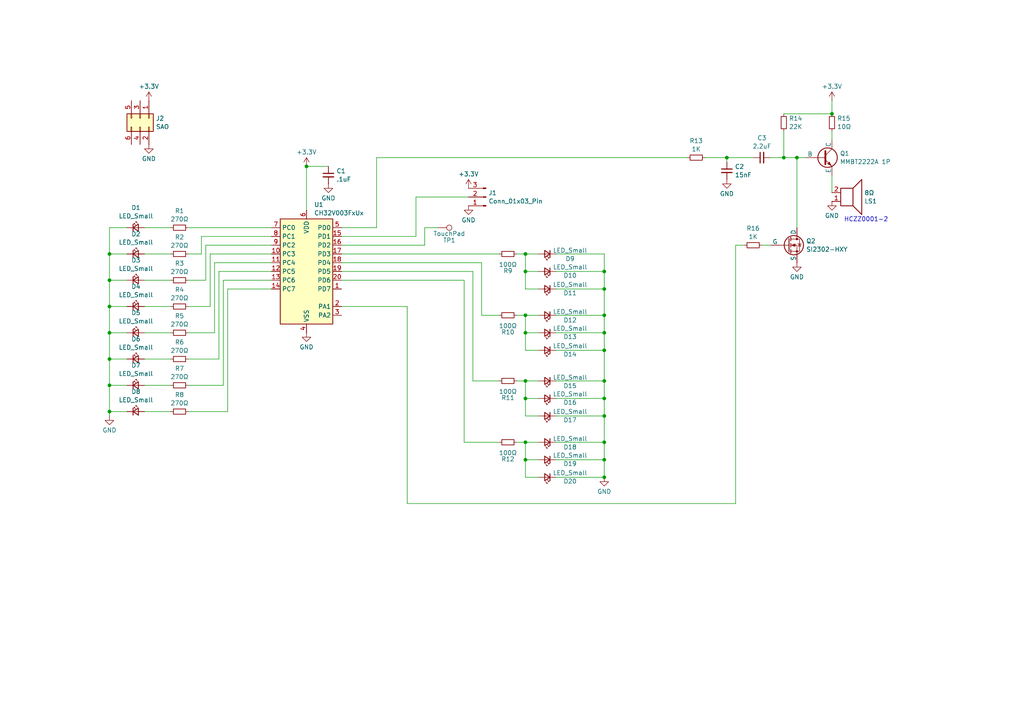
<source format=kicad_sch>
(kicad_sch (version 20231120) (generator "eeschema") (generator_version "8.0")
  (paper "A4")
  (lib_symbols
    (symbol "Connector:Conn_01x03_Pin" (pin_names (offset 1.016) hide)
      (property "Reference" "J" (at 0 5.08 0))
      (property "Value" "Conn_01x03_Pin" (at 0 -5.08 0))
      (symbol "Conn_01x03_Pin_1_1"
        (polyline (pts (xy 1.27 -2.54) (xy 0.8636 -2.54)) (stroke (width 0.1524)))
        (polyline (pts (xy 1.27 0) (xy 0.8636 0)) (stroke (width 0.1524)))
        (polyline (pts (xy 1.27 2.54) (xy 0.8636 2.54)) (stroke (width 0.1524)))
        (rectangle (start 0.8636 -2.413) (end 0 -2.667) (stroke (width 0.1524)) (fill (type outline)))
        (rectangle (start 0.8636 0.127) (end 0 -0.127) (stroke (width 0.1524)) (fill (type outline)))
        (rectangle (start 0.8636 2.667) (end 0 2.413) (stroke (width 0.1524)) (fill (type outline)))
        (pin passive line (at 5.08 2.54 180) (length 3.81) (name "Pin_1") (number "1"))
        (pin passive line (at 5.08 0 180) (length 3.81) (name "Pin_2") (number "2"))
        (pin passive line (at 5.08 -2.54 180) (length 3.81) (name "Pin_3") (number "3"))
      )
    )
    (symbol "Connector:TestPoint" (pin_numbers hide) (pin_names (offset 0.762) hide)
      (property "Reference" "TP" (at 0 6.858 0))
      (property "Value" "TestPoint" (at 0 5.08 0))
      (symbol "TestPoint_0_1"
        (circle (center 0 3.302) (radius 0.762))
      )
      (symbol "TestPoint_1_1"
        (pin passive line (at 0 0 90) (length 2.54) (name "1") (number "1"))
      )
    )
    (symbol "Connector_Generic:Conn_02x03_Odd_Even" (pin_names (offset 1.016) hide)
      (property "Reference" "J" (at 1.27 5.08 0))
      (property "Value" "Conn_02x03_Odd_Even" (at 1.27 -5.08 0))
      (symbol "Conn_02x03_Odd_Even_1_1"
        (rectangle (start -1.27 -2.413) (end 0 -2.667) (stroke (width 0.1524)))
        (rectangle (start -1.27 0.127) (end 0 -0.127) (stroke (width 0.1524)))
        (rectangle (start -1.27 2.667) (end 0 2.413) (stroke (width 0.1524)))
        (rectangle (start -1.27 3.81) (end 3.81 -3.81) (stroke (width 0.254)) (fill (type background)))
        (rectangle (start 3.81 -2.413) (end 2.54 -2.667) (stroke (width 0.1524)))
        (rectangle (start 3.81 0.127) (end 2.54 -0.127) (stroke (width 0.1524)))
        (rectangle (start 3.81 2.667) (end 2.54 2.413) (stroke (width 0.1524)))
        (pin passive line (at -5.08 2.54 0) (length 3.81) (name "Pin_1") (number "1"))
        (pin passive line (at 7.62 2.54 180) (length 3.81) (name "Pin_2") (number "2"))
        (pin passive line (at -5.08 0 0) (length 3.81) (name "Pin_3") (number "3"))
        (pin passive line (at 7.62 0 180) (length 3.81) (name "Pin_4") (number "4"))
        (pin passive line (at -5.08 -2.54 0) (length 3.81) (name "Pin_5") (number "5"))
        (pin passive line (at 7.62 -2.54 180) (length 3.81) (name "Pin_6") (number "6"))
      )
    )
    (symbol "Device:C_Small" (pin_numbers hide) (pin_names (offset 0.254) hide)
      (property "Reference" "C" (at 0.254 1.778 0))
      (property "Value" "C_Small" (at 0.254 -2.032 0))
      (symbol "C_Small_0_1"
        (polyline (pts (xy -1.524 -0.508) (xy 1.524 -0.508)) (stroke (width 0.3302)))
        (polyline (pts (xy -1.524 0.508) (xy 1.524 0.508)) (stroke (width 0.3048)))
      )
      (symbol "C_Small_1_1"
        (pin passive line (at 0 2.54 270) (length 2.032) (name "~") (number "1"))
        (pin passive line (at 0 -2.54 90) (length 2.032) (name "~") (number "2"))
      )
    )
    (symbol "Device:LED_Small" (pin_numbers hide) (pin_names (offset 0.254) hide)
      (property "Reference" "D" (at -1.27 3.175 0))
      (property "Value" "LED_Small" (at -4.445 -2.54 0))
      (symbol "LED_Small_0_1"
        (polyline (pts (xy -0.762 -1.016) (xy -0.762 1.016)) (stroke (width 0.254)))
        (polyline (pts (xy 1.016 0) (xy -0.762 0)))
        (polyline (pts (xy 0.762 -1.016) (xy -0.762 0) (xy 0.762 1.016) (xy 0.762 -1.016)) (stroke (width 0.254)))
        (polyline (pts (xy 0 0.762) (xy -0.508 1.27) (xy -0.254 1.27) (xy -0.508 1.27) (xy -0.508 1.016)))
        (polyline (pts (xy 0.508 1.27) (xy 0 1.778) (xy 0.254 1.778) (xy 0 1.778) (xy 0 1.524)))
      )
      (symbol "LED_Small_1_1"
        (pin passive line (at -2.54 0 0) (length 1.778) (name "K") (number "1"))
        (pin passive line (at 2.54 0 180) (length 1.778) (name "A") (number "2"))
      )
    )
    (symbol "Device:R_Small" (pin_numbers hide) (pin_names (offset 0.254) hide)
      (property "Reference" "R" (at 0.762 0.508 0))
      (property "Value" "R_Small" (at 0.762 -1.016 0))
      (symbol "R_Small_0_1"
        (rectangle (start -0.762 1.778) (end 0.762 -1.778) (stroke (width 0.2032)))
      )
      (symbol "R_Small_1_1"
        (pin passive line (at 0 2.54 270) (length 0.762) (name "~") (number "1"))
        (pin passive line (at 0 -2.54 90) (length 0.762) (name "~") (number "2"))
      )
    )
    (symbol "Device:Speaker" (pin_names (offset 0) hide)
      (property "Reference" "LS" (at 1.27 5.715 0))
      (property "Value" "Speaker" (at 1.27 3.81 0))
      (symbol "Speaker_0_0"
        (rectangle (start -2.54 1.27) (end 1.016 -3.81) (stroke (width 0.254)))
        (polyline (pts (xy 1.016 1.27) (xy 3.556 3.81) (xy 3.556 -6.35) (xy 1.016 -3.81)) (stroke (width 0.254)))
      )
      (symbol "Speaker_1_1"
        (pin input line (at -5.08 0 0) (length 2.54) (name "1") (number "1"))
        (pin input line (at -5.08 -2.54 0) (length 2.54) (name "2") (number "2"))
      )
    )
    (symbol "MCU_WCH_CH32V0:CH32V003FxUx"
      (property "Reference" "U" (at -7.62 17.78 0))
      (property "Value" "CH32V003FxUx" (at 7.62 17.78 0))
      (symbol "CH32V003FxUx_1_1"
        (rectangle (start -7.62 15.24) (end 7.62 -15.24) (stroke (width 0.254)) (fill (type background)))
        (pin bidirectional line (at 10.16 -5.08 180) (length 2.54) (name "PD7") (number "1"))
        (pin bidirectional line (at -10.16 5.08 0) (length 2.54) (name "PC3") (number "10"))
        (pin bidirectional line (at -10.16 2.54 0) (length 2.54) (name "PC4") (number "11"))
        (pin bidirectional line (at -10.16 0 0) (length 2.54) (name "PC5") (number "12"))
        (pin bidirectional line (at -10.16 -2.54 0) (length 2.54) (name "PC6") (number "13"))
        (pin bidirectional line (at -10.16 -5.08 0) (length 2.54) (name "PC7") (number "14"))
        (pin bidirectional line (at 10.16 10.16 180) (length 2.54) (name "PD1") (number "15"))
        (pin bidirectional line (at 10.16 7.62 180) (length 2.54) (name "PD2") (number "16"))
        (pin bidirectional line (at 10.16 5.08 180) (length 2.54) (name "PD3") (number "17"))
        (pin bidirectional line (at 10.16 2.54 180) (length 2.54) (name "PD4") (number "18"))
        (pin bidirectional line (at 10.16 0 180) (length 2.54) (name "PD5") (number "19"))
        (pin bidirectional line (at 10.16 -10.16 180) (length 2.54) (name "PA1") (number "2"))
        (pin bidirectional line (at 10.16 -2.54 180) (length 2.54) (name "PD6") (number "20"))
        (pin passive line (at 0 -17.78 90) (length 2.54) hide (name "VSS") (number "21"))
        (pin bidirectional line (at 10.16 -12.7 180) (length 2.54) (name "PA2") (number "3"))
        (pin power_in line (at 0 -17.78 90) (length 2.54) (name "VSS") (number "4"))
        (pin bidirectional line (at 10.16 12.7 180) (length 2.54) (name "PD0") (number "5"))
        (pin power_in line (at 0 17.78 270) (length 2.54) (name "VDD") (number "6"))
        (pin bidirectional line (at -10.16 12.7 0) (length 2.54) (name "PC0") (number "7"))
        (pin bidirectional line (at -10.16 10.16 0) (length 2.54) (name "PC1") (number "8"))
        (pin bidirectional line (at -10.16 7.62 0) (length 2.54) (name "PC2") (number "9"))
      )
    )
    (symbol "NMOS_1" (pin_numbers hide) (pin_names (offset 0))
      (property "Reference" "Q2" (at 5.207 1.2122 0))
      (property "Value" "SI2302-HXY" (at 5.207 -1.2121 0))
      (symbol "NMOS_1_0_1"
        (polyline (pts (xy 0.254 0) (xy -2.54 0)))
        (polyline (pts (xy 0.254 1.905) (xy 0.254 -1.905)) (stroke (width 0.254)))
        (polyline (pts (xy 0.762 -1.27) (xy 0.762 -2.286)) (stroke (width 0.254)))
        (polyline (pts (xy 0.762 0.508) (xy 0.762 -0.508)) (stroke (width 0.254)))
        (polyline (pts (xy 0.762 2.286) (xy 0.762 1.27)) (stroke (width 0.254)))
        (polyline (pts (xy 2.54 2.54) (xy 2.54 1.778)))
        (polyline (pts (xy 2.54 -2.54) (xy 2.54 0) (xy 0.762 0)))
        (polyline (pts (xy 0.762 -1.778) (xy 3.302 -1.778) (xy 3.302 1.778) (xy 0.762 1.778)))
        (polyline (pts (xy 1.016 0) (xy 2.032 0.381) (xy 2.032 -0.381) (xy 1.016 0)) (fill (type outline)))
        (polyline (pts (xy 2.794 0.508) (xy 2.921 0.381) (xy 3.683 0.381) (xy 3.81 0.254)))
        (polyline (pts (xy 3.302 0.381) (xy 2.921 -0.254) (xy 3.683 -0.254) (xy 3.302 0.381)))
        (circle (center 1.651 0) (radius 2.794) (stroke (width 0.254)))
        (circle (center 2.54 -1.778) (radius 0.254) (fill (type outline)))
        (circle (center 2.54 1.778) (radius 0.254) (fill (type outline)))
      )
      (symbol "NMOS_1_1_1"
        (pin passive line (at 2.54 5.08 270) (length 2.54) (name "D") (number "D"))
        (pin input line (at -5.08 0 0) (length 2.54) (name "G") (number "G"))
        (pin passive line (at 2.54 -5.08 90) (length 2.54) (name "S") (number "S"))
      )
    )
    (symbol "Simulation_SPICE:NPN" (pin_numbers hide) (pin_names (offset 0))
      (property "Reference" "Q" (at -2.54 7.62 0))
      (property "Value" "NPN" (at -2.54 5.08 0))
      (symbol "NPN_0_1"
        (polyline (pts (xy -2.54 0) (xy 0.635 0)) (stroke (width 0.1524)))
        (polyline (pts (xy 0.635 0.635) (xy 2.54 2.54)))
        (polyline (pts (xy 2.794 -1.27) (xy 2.794 -1.27)) (stroke (width 0.1524)))
        (polyline (pts (xy 2.794 -1.27) (xy 2.794 -1.27)) (stroke (width 0.1524)))
        (polyline (pts (xy 0.635 -0.635) (xy 2.54 -2.54) (xy 2.54 -2.54)))
        (polyline (pts (xy 0.635 1.905) (xy 0.635 -1.905) (xy 0.635 -1.905)) (stroke (width 0.508)))
        (polyline (pts (xy 1.27 -1.778) (xy 1.778 -1.27) (xy 2.286 -2.286) (xy 1.27 -1.778) (xy 1.27 -1.778)) (fill (type outline)))
        (circle (center 1.27 0) (radius 2.8194) (stroke (width 0.254)))
      )
      (symbol "NPN_1_1"
        (pin open_collector line (at 2.54 5.08 270) (length 2.54) (name "C") (number "1"))
        (pin input line (at -5.08 0 0) (length 2.54) (name "B") (number "2"))
        (pin open_emitter line (at 2.54 -5.08 90) (length 2.54) (name "E") (number "3"))
      )
    )
    (symbol "power:+3.3V" (power) (pin_numbers hide) (pin_names (offset 0) hide)
      (property "Value" "+3.3V" (at 0 3.556 0))
      (symbol "+3.3V_0_1"
        (polyline (pts (xy -0.762 1.27) (xy 0 2.54)))
        (polyline (pts (xy 0 0) (xy 0 2.54)))
        (polyline (pts (xy 0 2.54) (xy 0.762 1.27)))
      )
      (symbol "+3.3V_1_1"
        (pin power_in line (at 0 0 90) (length 0) (name "~") (number "1"))
      )
    )
    (symbol "power:GND" (power) (pin_numbers hide) (pin_names (offset 0) hide)
      (property "Value" "GND" (at 0 -3.81 0))
      (symbol "GND_0_1"
        (polyline (pts (xy 0 0) (xy 0 -1.27) (xy 1.27 -1.27) (xy 0 -2.54) (xy -1.27 -1.27) (xy 0 -1.27)))
      )
      (symbol "GND_1_1"
        (pin power_in line (at 0 0 270) (length 0) (name "~") (number "1"))
      )
    )
  )
  (junction (at 31.75 96.52))
  (junction (at 175.26 110.49))
  (junction (at 31.75 81.28))
  (junction (at 152.4 91.44))
  (junction (at 88.9 48.26))
  (junction (at 152.4 78.74))
  (junction (at 175.26 138.43))
  (junction (at 31.75 119.38))
  (junction (at 152.4 128.27))
  (junction (at 152.4 133.35))
  (junction (at 175.26 96.52))
  (junction (at 31.75 73.66))
  (junction (at 175.26 101.6))
  (junction (at 175.26 133.35))
  (junction (at 175.26 115.57))
  (junction (at 175.26 83.82))
  (junction (at 31.75 88.9))
  (junction (at 152.4 110.49))
  (junction (at 227.33 45.72))
  (junction (at 152.4 96.52))
  (junction (at 175.26 120.65))
  (junction (at 175.26 128.27))
  (junction (at 31.75 104.14))
  (junction (at 175.26 91.44))
  (junction (at 152.4 115.57))
  (junction (at 152.4 73.66))
  (junction (at 231.14 45.72))
  (junction (at 31.75 111.76))
  (junction (at 175.26 78.74))
  (junction (at 210.82 45.72))
  (junction (at 241.3 33.02))
  (wire (pts (xy 31.75 73.66) (xy 36.83 73.66)))
  (wire (pts (xy 139.7 91.44) (xy 144.78 91.44)))
  (wire (pts (xy 213.36 71.12) (xy 213.36 146.05)))
  (wire (pts (xy 220.98 71.12) (xy 223.52 71.12)))
  (wire (pts (xy 54.61 81.28) (xy 59.69 81.28)))
  (wire (pts (xy 109.22 66.04) (xy 109.22 45.72)))
  (wire (pts (xy 31.75 104.14) (xy 31.75 96.52)))
  (wire (pts (xy 134.62 128.27) (xy 144.78 128.27)))
  (wire (pts (xy 58.42 73.66) (xy 58.42 68.58)))
  (wire (pts (xy 175.26 128.27) (xy 175.26 133.35)))
  (wire (pts (xy 31.75 120.65) (xy 31.75 119.38)))
  (wire (pts (xy 54.61 96.52) (xy 62.23 96.52)))
  (wire (pts (xy 210.82 45.72) (xy 218.44 45.72)))
  (wire (pts (xy 175.26 133.35) (xy 161.29 133.35)))
  (wire (pts (xy 152.4 133.35) (xy 156.21 133.35)))
  (wire (pts (xy 31.75 96.52) (xy 31.75 88.9)))
  (wire (pts (xy 99.06 68.58) (xy 120.65 68.58)))
  (wire (pts (xy 152.4 73.66) (xy 156.21 73.66)))
  (wire (pts (xy 41.91 81.28) (xy 49.53 81.28)))
  (wire (pts (xy 63.5 104.14) (xy 63.5 78.74)))
  (wire (pts (xy 223.52 45.72) (xy 227.33 45.72)))
  (wire (pts (xy 161.29 78.74) (xy 175.26 78.74)))
  (wire (pts (xy 175.26 115.57) (xy 175.26 120.65)))
  (wire (pts (xy 134.62 81.28) (xy 134.62 128.27)))
  (wire (pts (xy 152.4 120.65) (xy 156.21 120.65)))
  (wire (pts (xy 41.91 111.76) (xy 49.53 111.76)))
  (wire (pts (xy 152.4 73.66) (xy 152.4 78.74)))
  (wire (pts (xy 161.29 128.27) (xy 175.26 128.27)))
  (wire (pts (xy 31.75 111.76) (xy 36.83 111.76)))
  (wire (pts (xy 149.86 91.44) (xy 152.4 91.44)))
  (wire (pts (xy 99.06 66.04) (xy 109.22 66.04)))
  (wire (pts (xy 99.06 73.66) (xy 144.78 73.66)))
  (wire (pts (xy 31.75 96.52) (xy 36.83 96.52)))
  (wire (pts (xy 152.4 78.74) (xy 152.4 83.82)))
  (wire (pts (xy 241.3 50.8) (xy 241.3 55.88)))
  (wire (pts (xy 31.75 119.38) (xy 31.75 111.76)))
  (wire (pts (xy 161.29 73.66) (xy 175.26 73.66)))
  (wire (pts (xy 175.26 101.6) (xy 175.26 110.49)))
  (wire (pts (xy 161.29 110.49) (xy 175.26 110.49)))
  (wire (pts (xy 58.42 68.58) (xy 78.74 68.58)))
  (wire (pts (xy 31.75 119.38) (xy 36.83 119.38)))
  (wire (pts (xy 31.75 88.9) (xy 31.75 81.28)))
  (wire (pts (xy 137.16 78.74) (xy 137.16 110.49)))
  (wire (pts (xy 31.75 73.66) (xy 31.75 66.04)))
  (wire (pts (xy 175.26 96.52) (xy 175.26 101.6)))
  (wire (pts (xy 152.4 115.57) (xy 152.4 120.65)))
  (wire (pts (xy 175.26 96.52) (xy 161.29 96.52)))
  (wire (pts (xy 118.11 146.05) (xy 118.11 88.9)))
  (wire (pts (xy 120.65 68.58) (xy 120.65 57.15)))
  (wire (pts (xy 41.91 88.9) (xy 49.53 88.9)))
  (wire (pts (xy 152.4 91.44) (xy 156.21 91.44)))
  (wire (pts (xy 137.16 110.49) (xy 144.78 110.49)))
  (wire (pts (xy 62.23 96.52) (xy 62.23 76.2)))
  (wire (pts (xy 161.29 91.44) (xy 175.26 91.44)))
  (wire (pts (xy 63.5 78.74) (xy 78.74 78.74)))
  (wire (pts (xy 152.4 133.35) (xy 152.4 138.43)))
  (wire (pts (xy 152.4 96.52) (xy 156.21 96.52)))
  (wire (pts (xy 241.3 29.21) (xy 241.3 33.02)))
  (wire (pts (xy 161.29 101.6) (xy 175.26 101.6)))
  (wire (pts (xy 213.36 71.12) (xy 215.9 71.12)))
  (wire (pts (xy 149.86 73.66) (xy 152.4 73.66)))
  (wire (pts (xy 152.4 78.74) (xy 156.21 78.74)))
  (wire (pts (xy 161.29 115.57) (xy 175.26 115.57)))
  (wire (pts (xy 59.69 71.12) (xy 78.74 71.12)))
  (wire (pts (xy 175.26 83.82) (xy 175.26 91.44)))
  (wire (pts (xy 64.77 81.28) (xy 78.74 81.28)))
  (wire (pts (xy 41.91 104.14) (xy 49.53 104.14)))
  (wire (pts (xy 59.69 81.28) (xy 59.69 71.12)))
  (wire (pts (xy 152.4 91.44) (xy 152.4 96.52)))
  (wire (pts (xy 161.29 138.43) (xy 175.26 138.43)))
  (wire (pts (xy 175.26 110.49) (xy 175.26 115.57)))
  (wire (pts (xy 54.61 119.38) (xy 66.04 119.38)))
  (wire (pts (xy 152.4 128.27) (xy 156.21 128.27)))
  (wire (pts (xy 231.14 45.72) (xy 231.14 66.04)))
  (wire (pts (xy 54.61 88.9) (xy 60.96 88.9)))
  (wire (pts (xy 175.26 91.44) (xy 175.26 96.52)))
  (wire (pts (xy 41.91 119.38) (xy 49.53 119.38)))
  (wire (pts (xy 60.96 88.9) (xy 60.96 73.66)))
  (wire (pts (xy 231.14 45.72) (xy 233.68 45.72)))
  (wire (pts (xy 152.4 138.43) (xy 156.21 138.43)))
  (wire (pts (xy 152.4 115.57) (xy 156.21 115.57)))
  (wire (pts (xy 54.61 73.66) (xy 58.42 73.66)))
  (wire (pts (xy 31.75 88.9) (xy 36.83 88.9)))
  (wire (pts (xy 152.4 83.82) (xy 156.21 83.82)))
  (wire (pts (xy 227.33 33.02) (xy 241.3 33.02)))
  (wire (pts (xy 152.4 110.49) (xy 156.21 110.49)))
  (wire (pts (xy 31.75 66.04) (xy 36.83 66.04)))
  (wire (pts (xy 123.19 71.12) (xy 99.06 71.12)))
  (wire (pts (xy 64.77 111.76) (xy 64.77 81.28)))
  (wire (pts (xy 204.47 45.72) (xy 210.82 45.72)))
  (wire (pts (xy 54.61 104.14) (xy 63.5 104.14)))
  (wire (pts (xy 31.75 111.76) (xy 31.75 104.14)))
  (wire (pts (xy 41.91 66.04) (xy 49.53 66.04)))
  (wire (pts (xy 175.26 138.43) (xy 175.26 133.35)))
  (wire (pts (xy 31.75 104.14) (xy 36.83 104.14)))
  (wire (pts (xy 123.19 66.04) (xy 123.19 71.12)))
  (wire (pts (xy 152.4 96.52) (xy 152.4 101.6)))
  (wire (pts (xy 99.06 81.28) (xy 134.62 81.28)))
  (wire (pts (xy 152.4 101.6) (xy 156.21 101.6)))
  (wire (pts (xy 161.29 83.82) (xy 175.26 83.82)))
  (wire (pts (xy 41.91 73.66) (xy 49.53 73.66)))
  (wire (pts (xy 152.4 110.49) (xy 152.4 115.57)))
  (wire (pts (xy 120.65 57.15) (xy 135.89 57.15)))
  (wire (pts (xy 66.04 119.38) (xy 66.04 83.82)))
  (wire (pts (xy 175.26 73.66) (xy 175.26 78.74)))
  (wire (pts (xy 109.22 45.72) (xy 199.39 45.72)))
  (wire (pts (xy 88.9 48.26) (xy 95.25 48.26)))
  (wire (pts (xy 241.3 38.1) (xy 241.3 40.64)))
  (wire (pts (xy 152.4 128.27) (xy 152.4 133.35)))
  (wire (pts (xy 123.19 66.04) (xy 127 66.04)))
  (wire (pts (xy 227.33 38.1) (xy 227.33 45.72)))
  (wire (pts (xy 99.06 78.74) (xy 137.16 78.74)))
  (wire (pts (xy 41.91 96.52) (xy 49.53 96.52)))
  (wire (pts (xy 175.26 78.74) (xy 175.26 83.82)))
  (wire (pts (xy 149.86 128.27) (xy 152.4 128.27)))
  (wire (pts (xy 88.9 60.96) (xy 88.9 48.26)))
  (wire (pts (xy 99.06 88.9) (xy 118.11 88.9)))
  (wire (pts (xy 31.75 81.28) (xy 36.83 81.28)))
  (wire (pts (xy 210.82 45.72) (xy 210.82 46.99)))
  (wire (pts (xy 99.06 76.2) (xy 139.7 76.2)))
  (wire (pts (xy 54.61 66.04) (xy 78.74 66.04)))
  (wire (pts (xy 54.61 111.76) (xy 64.77 111.76)))
  (wire (pts (xy 66.04 83.82) (xy 78.74 83.82)))
  (wire (pts (xy 149.86 110.49) (xy 152.4 110.49)))
  (wire (pts (xy 213.36 146.05) (xy 118.11 146.05)))
  (wire (pts (xy 62.23 76.2) (xy 78.74 76.2)))
  (wire (pts (xy 60.96 73.66) (xy 78.74 73.66)))
  (wire (pts (xy 31.75 81.28) (xy 31.75 73.66)))
  (wire (pts (xy 161.29 120.65) (xy 175.26 120.65)))
  (wire (pts (xy 227.33 45.72) (xy 231.14 45.72)))
  (wire (pts (xy 139.7 76.2) (xy 139.7 91.44)))
  (wire (pts (xy 175.26 120.65) (xy 175.26 128.27)))
  (text "HCZZ0001-2" (at 251.206 63.754 0) (effects (font (size 1.27 1.27))))
  (symbol (lib_id "MCU_WCH_CH32V0:CH32V003FxUx") (at 88.9 78.74 0) (unit 1)
    (property "Reference" "U1" (at 91.0941 59.3555 0) (effects (justify left)))
    (property "Value" "CH32V003FxUx" (at 91.0941 61.7798 0) (effects (justify left)))
    (property "Footprint" "Package_DFN_QFN:QFN-20-1EP_3x3mm_P0.4mm_EP1.65x1.65mm" (effects (hide yes)))
    (property "Datasheet" "https://www.wch-ic.com/products/CH32V003.html" (effects (hide yes)))
    (property "Description" "CH32V003 series are industrial-grade general-purpose microcontrollers designed based on 32-bit RISC-V instruction set and architecture. It adopts QingKe V2A core, RV32EC instruction set, and supports 2 levels of interrupt nesting. The series are mounted with rich peripheral interfaces and function modules. Its internal organizational structure meets the low-cost and low-power embedded application scenarios." (effects (hide yes)))
  )
  (symbol (lib_id "Device:LED_Small") (at 158.75 78.74 180) (unit 1)
    (property "Reference" "D10" (at 165.354 79.8943 0))
    (property "Value" "LED_Small" (at 165.354 77.47 0))
    (property "Footprint" "side-fire-led-big:XL-1606UWC" (effects (hide yes)))
    (property "Description" "Light emitting diode, small symbol" (effects (hide yes)))
  )
  (symbol (lib_id "power:+3.3V") (at 43.18 29.21 0) (unit 1)
    (property "Reference" "#PWR013" (effects (hide yes)))
    (property "Value" "+3.3V" (at 43.18 25.0769 0))
    (property "Description" "Power symbol creates a global label with name \"+3.3V\"" (effects (hide yes)))
  )
  (symbol (lib_id "power:+3.3V") (at 135.89 54.61 0) (unit 1)
    (property "Reference" "#PWR011" (effects (hide yes)))
    (property "Value" "+3.3V" (at 135.89 50.4769 0))
    (property "Description" "Power symbol creates a global label with name \"+3.3V\"" (effects (hide yes)))
  )
  (symbol (lib_id "power:GND") (at 231.14 76.2 0) (unit 1)
    (property "Reference" "#PWR09" (effects (hide yes)))
    (property "Value" "GND" (at 231.14 80.3331 0))
    (property "Description" "Power symbol creates a global label with name \"GND\" , ground" (effects (hide yes)))
  )
  (symbol (lib_id "Connector:Conn_01x03_Pin") (at 140.97 57.15 180) (unit 1)
    (property "Reference" "J1" (at 141.6812 55.9378 0) (effects (justify right)))
    (property "Value" "Conn_01x03_Pin" (at 141.6812 58.3621 0) (effects (justify right)))
    (property "Footprint" "Connector_PinHeader_2.54mm:PinHeader_1x03_P2.54mm_Vertical" (effects (hide yes)))
    (property "Description" "Generic connector, single row, 01x03, script generated" (effects (hide yes)))
  )
  (symbol (lib_id "Device:LED_Small") (at 39.37 104.14 0) (unit 1)
    (property "Reference" "D6" (at 39.4335 98.3445 0))
    (property "Value" "LED_Small" (at 39.4335 100.7688 0))
    (property "Footprint" "side-fire-led-big:XL-1606UWC" (effects (hide yes)))
    (property "Description" "Light emitting diode, small symbol" (effects (hide yes)))
  )
  (symbol (lib_id "Device:LED_Small") (at 39.37 96.52 0) (unit 1)
    (property "Reference" "D5" (at 39.4335 90.7245 0))
    (property "Value" "LED_Small" (at 39.4335 93.1488 0))
    (property "Footprint" "side-fire-led-big:XL-1606UWC" (effects (hide yes)))
    (property "Description" "Light emitting diode, small symbol" (effects (hide yes)))
  )
  (symbol (lib_id "power:GND") (at 175.26 138.43 0) (unit 1)
    (property "Reference" "#PWR02" (effects (hide yes)))
    (property "Value" "GND" (at 175.26 142.5631 0))
    (property "Description" "Power symbol creates a global label with name \"GND\" , ground" (effects (hide yes)))
  )
  (symbol (lib_id "Device:LED_Small") (at 158.75 133.35 180) (unit 1)
    (property "Reference" "D19" (at 165.354 134.5043 0))
    (property "Value" "LED_Small" (at 165.354 132.08 0))
    (property "Footprint" "side-fire-led-big:XL-1606UWC" (effects (hide yes)))
    (property "Description" "Light emitting diode, small symbol" (effects (hide yes)))
  )
  (symbol (lib_id "Device:LED_Small") (at 158.75 120.65 180) (unit 1)
    (property "Reference" "D17" (at 165.354 121.8043 0))
    (property "Value" "LED_Small" (at 165.354 119.38 0))
    (property "Footprint" "side-fire-led-big:XL-1606UWC" (effects (hide yes)))
    (property "Description" "Light emitting diode, small symbol" (effects (hide yes)))
  )
  (symbol (lib_id "Device:LED_Small") (at 39.37 81.28 0) (unit 1)
    (property "Reference" "D3" (at 39.4335 75.4845 0))
    (property "Value" "LED_Small" (at 39.4335 77.9088 0))
    (property "Footprint" "side-fire-led-big:XL-1606UWC" (effects (hide yes)))
    (property "Description" "Light emitting diode, small symbol" (effects (hide yes)))
  )
  (symbol (lib_id "Device:LED_Small") (at 158.75 73.66 180) (unit 1)
    (property "Reference" "D9" (at 165.354 75.0683 0))
    (property "Value" "LED_Small" (at 165.354 72.644 0))
    (property "Footprint" "side-fire-led-big:XL-1606UWC" (effects (hide yes)))
    (property "Description" "Light emitting diode, small symbol" (effects (hide yes)))
  )
  (symbol (lib_id "power:+3.3V") (at 88.9 48.26 0) (unit 1)
    (property "Reference" "#PWR05" (effects (hide yes)))
    (property "Value" "+3.3V" (at 88.9 44.1269 0))
    (property "Description" "Power symbol creates a global label with name \"+3.3V\"" (effects (hide yes)))
  )
  (symbol (lib_id "Device:R_Small") (at 218.44 71.12 90) (unit 1)
    (property "Reference" "R16" (at 218.44 66.2389 90))
    (property "Value" "1K" (at 218.44 68.6632 90))
    (property "Footprint" "Resistor_SMD:R_0603_1608Metric" (effects (hide yes)))
    (property "Description" "Resistor, small symbol" (effects (hide yes)))
  )
  (symbol (lib_id "Device:Speaker") (at 246.38 58.42 0) (mirror x) (unit 1)
    (property "Reference" "LS1" (at 250.698 58.3622 0) (effects (justify left)))
    (property "Value" "8Ω" (at 250.698 55.9379 0) (effects (justify left)))
    (property "Footprint" "Connector_JST:JST_GH_SM02B-GHS-TB_1x02-1MP_P1.25mm_Horizontal" (effects (hide yes)))
    (property "Description" "Speaker" (effects (hide yes)))
  )
  (symbol (lib_id "Device:LED_Small") (at 158.75 115.57 180) (unit 1)
    (property "Reference" "D16" (at 165.354 116.7243 0))
    (property "Value" "LED_Small" (at 165.354 114.3 0))
    (property "Footprint" "side-fire-led-big:XL-1606UWC" (effects (hide yes)))
    (property "Description" "Light emitting diode, small symbol" (effects (hide yes)))
  )
  (symbol (lib_id "power:GND") (at 31.75 120.65 0) (unit 1)
    (property "Reference" "#PWR01" (effects (hide yes)))
    (property "Value" "GND" (at 31.75 124.7831 0))
    (property "Description" "Power symbol creates a global label with name \"GND\" , ground" (effects (hide yes)))
  )
  (symbol (lib_id "Device:LED_Small") (at 158.75 83.82 180) (unit 1)
    (property "Reference" "D11" (at 165.354 84.9743 0))
    (property "Value" "LED_Small" (at 165.354 82.55 0))
    (property "Footprint" "side-fire-led-big:XL-1606UWC" (effects (hide yes)))
    (property "Description" "Light emitting diode, small symbol" (effects (hide yes)))
  )
  (symbol (lib_id "Device:R_Small") (at 147.32 110.49 270) (unit 1)
    (property "Reference" "R11" (at 147.32 115.3711 90))
    (property "Value" "100Ω" (at 147.32 114.3 90) (effects (justify bottom)))
    (property "Footprint" "Resistor_SMD:R_0603_1608Metric" (effects (hide yes)))
    (property "Description" "Resistor, small symbol" (effects (hide yes)))
  )
  (symbol (lib_id "Device:LED_Small") (at 158.75 96.52 180) (unit 1)
    (property "Reference" "D13" (at 165.354 97.6743 0))
    (property "Value" "LED_Small" (at 165.354 95.25 0))
    (property "Footprint" "side-fire-led-big:XL-1606UWC" (effects (hide yes)))
    (property "Description" "Light emitting diode, small symbol" (effects (hide yes)))
  )
  (symbol (lib_id "Device:LED_Small") (at 158.75 128.27 180) (unit 1)
    (property "Reference" "D18" (at 165.354 129.6783 0))
    (property "Value" "LED_Small" (at 165.354 127.254 0))
    (property "Footprint" "side-fire-led-big:XL-1606UWC" (effects (hide yes)))
    (property "Description" "Light emitting diode, small symbol" (effects (hide yes)))
  )
  (symbol (lib_id "Device:LED_Small") (at 39.37 66.04 0) (unit 1)
    (property "Reference" "D1" (at 39.4335 60.2445 0))
    (property "Value" "LED_Small" (at 39.4335 62.6688 0))
    (property "Footprint" "side-fire-led-big:XL-1606UWC" (effects (hide yes)))
    (property "Description" "Light emitting diode, small symbol" (effects (hide yes)))
  )
  (symbol (lib_id "power:GND") (at 210.82 52.07 0) (unit 1)
    (property "Reference" "#PWR06" (effects (hide yes)))
    (property "Value" "GND" (at 210.82 56.2031 0))
    (property "Description" "Power symbol creates a global label with name \"GND\" , ground" (effects (hide yes)))
  )
  (symbol (lib_id "power:GND") (at 135.89 59.69 0) (unit 1)
    (property "Reference" "#PWR012" (effects (hide yes)))
    (property "Value" "GND" (at 135.89 63.8231 0))
    (property "Description" "Power symbol creates a global label with name \"GND\" , ground" (effects (hide yes)))
  )
  (symbol (lib_id "Device:R_Small") (at 147.32 73.66 270) (unit 1)
    (property "Reference" "R9" (at 147.32 78.5411 90))
    (property "Value" "100Ω" (at 147.32 77.47 90) (effects (justify bottom)))
    (property "Footprint" "Resistor_SMD:R_0603_1608Metric" (effects (hide yes)))
    (property "Description" "Resistor, small symbol" (effects (hide yes)))
  )
  (symbol (lib_id "Device:R_Small") (at 241.3 35.56 0) (unit 1)
    (property "Reference" "R15" (at 242.7986 34.3478 0) (effects (justify left)))
    (property "Value" "10Ω" (at 242.7986 36.7721 0) (effects (justify left)))
    (property "Footprint" "Resistor_SMD:R_0603_1608Metric" (effects (hide yes)))
    (property "Description" "Resistor, small symbol" (effects (hide yes)))
  )
  (symbol (lib_id "Device:LED_Small") (at 158.75 101.6 180) (unit 1)
    (property "Reference" "D14" (at 165.354 102.7543 0))
    (property "Value" "LED_Small" (at 165.354 100.33 0))
    (property "Footprint" "side-fire-led-big:XL-1606UWC" (effects (hide yes)))
    (property "Description" "Light emitting diode, small symbol" (effects (hide yes)))
  )
  (symbol (lib_id "power:GND") (at 241.3 58.42 0) (unit 1)
    (property "Reference" "#PWR08" (effects (hide yes)))
    (property "Value" "GND" (at 241.3 62.5531 0))
    (property "Description" "Power symbol creates a global label with name \"GND\" , ground" (effects (hide yes)))
  )
  (symbol (lib_id "power:GND") (at 43.18 41.91 0) (unit 1)
    (property "Reference" "#PWR014" (effects (hide yes)))
    (property "Value" "GND" (at 43.18 46.0431 0))
    (property "Description" "Power symbol creates a global label with name \"GND\" , ground" (effects (hide yes)))
  )
  (symbol (lib_id "Device:R_Small") (at 52.07 73.66 90) (unit 1)
    (property "Reference" "R2" (at 52.07 68.7789 90))
    (property "Value" "270Ω" (at 52.07 71.2032 90))
    (property "Footprint" "Resistor_SMD:R_0603_1608Metric" (effects (hide yes)))
    (property "Description" "Resistor, small symbol" (effects (hide yes)))
  )
  (symbol (lib_id "power:GND") (at 95.25 53.34 0) (unit 1)
    (property "Reference" "#PWR04" (effects (hide yes)))
    (property "Value" "GND" (at 95.25 57.4731 0))
    (property "Description" "Power symbol creates a global label with name \"GND\" , ground" (effects (hide yes)))
  )
  (symbol (lib_id "Connector_Generic:Conn_02x03_Odd_Even") (at 40.64 34.29 270) (unit 1)
    (property "Reference" "J2" (at 45.212 34.3478 90) (effects (justify left)))
    (property "Value" "SAO" (at 45.212 36.7721 90) (effects (justify left)))
    (property "Footprint" "Connector_PinHeader_2.54mm:PinHeader_2x03_P2.54mm_Vertical" (effects (hide yes)))
    (property "Description" "Generic connector, double row, 02x03, odd/even pin numbering scheme (row 1 odd numbers, row 2 even numbers), script generated (kicad-library-utils/schlib/autogen/connector/)" (effects (hide yes)))
  )
  (symbol (lib_id "Device:R_Small") (at 227.33 35.56 0) (unit 1)
    (property "Reference" "R14" (at 228.8286 34.3478 0) (effects (justify left)))
    (property "Value" "22K" (at 228.8286 36.7721 0) (effects (justify left)))
    (property "Footprint" "Resistor_SMD:R_0603_1608Metric" (effects (hide yes)))
    (property "Description" "Resistor, small symbol" (effects (hide yes)))
  )
  (symbol (lib_id "power:+3.3V") (at 241.3 29.21 0) (unit 1)
    (property "Reference" "#PWR07" (effects (hide yes)))
    (property "Value" "+3.3V" (at 241.3 25.0769 0))
    (property "Description" "Power symbol creates a global label with name \"+3.3V\"" (effects (hide yes)))
  )
  (symbol (lib_id "Device:LED_Small") (at 39.37 88.9 0) (unit 1)
    (property "Reference" "D4" (at 39.4335 83.1045 0))
    (property "Value" "LED_Small" (at 39.4335 85.5288 0))
    (property "Footprint" "side-fire-led-big:XL-1606UWC" (effects (hide yes)))
    (property "Description" "Light emitting diode, small symbol" (effects (hide yes)))
  )
  (symbol (lib_id "Device:R_Small") (at 52.07 111.76 90) (unit 1)
    (property "Reference" "R7" (at 52.07 106.8789 90))
    (property "Value" "270Ω" (at 52.07 109.3032 90))
    (property "Footprint" "Resistor_SMD:R_0603_1608Metric" (effects (hide yes)))
    (property "Description" "Resistor, small symbol" (effects (hide yes)))
  )
  (symbol (lib_id "Device:C_Small") (at 210.82 49.53 0) (unit 1)
    (property "Reference" "C2" (at 213.1441 48.3241 0) (effects (justify left)))
    (property "Value" "15nF" (at 213.1441 50.7484 0) (effects (justify left)))
    (property "Footprint" "Capacitor_SMD:C_0603_1608Metric" (effects (hide yes)))
    (property "Description" "Unpolarized capacitor, small symbol" (effects (hide yes)))
  )
  (symbol (lib_id "Device:R_Small") (at 201.93 45.72 270) (unit 1)
    (property "Reference" "R13" (at 201.93 40.8389 90))
    (property "Value" "1K" (at 201.93 43.2632 90))
    (property "Footprint" "Resistor_SMD:R_0603_1608Metric" (effects (hide yes)))
    (property "Description" "Resistor, small symbol" (effects (hide yes)))
  )
  (symbol (lib_id "Device:R_Small") (at 52.07 81.28 90) (unit 1)
    (property "Reference" "R3" (at 52.07 76.3989 90))
    (property "Value" "270Ω" (at 52.07 78.8232 90))
    (property "Footprint" "Resistor_SMD:R_0603_1608Metric" (effects (hide yes)))
    (property "Description" "Resistor, small symbol" (effects (hide yes)))
  )
  (symbol (lib_id "Device:R_Small") (at 52.07 66.04 90) (unit 1)
    (property "Reference" "R1" (at 52.07 61.1589 90))
    (property "Value" "270Ω" (at 52.07 63.5832 90))
    (property "Footprint" "Resistor_SMD:R_0603_1608Metric" (effects (hide yes)))
    (property "Description" "Resistor, small symbol" (effects (hide yes)))
  )
  (symbol (lib_id "power:GND") (at 88.9 96.52 0) (unit 1)
    (property "Reference" "#PWR03" (effects (hide yes)))
    (property "Value" "GND" (at 88.9 100.6531 0))
    (property "Description" "Power symbol creates a global label with name \"GND\" , ground" (effects (hide yes)))
  )
  (symbol (lib_id "Device:R_Small") (at 52.07 119.38 90) (unit 1)
    (property "Reference" "R8" (at 52.07 114.4989 90))
    (property "Value" "270Ω" (at 52.07 116.9232 90))
    (property "Footprint" "Resistor_SMD:R_0603_1608Metric" (effects (hide yes)))
    (property "Description" "Resistor, small symbol" (effects (hide yes)))
  )
  (symbol (lib_id "Device:LED_Small") (at 158.75 91.44 180) (unit 1)
    (property "Reference" "D12" (at 165.354 92.8483 0))
    (property "Value" "LED_Small" (at 165.354 90.424 0))
    (property "Footprint" "side-fire-led-big:XL-1606UWC" (effects (hide yes)))
    (property "Description" "Light emitting diode, small symbol" (effects (hide yes)))
  )
  (symbol (lib_id "Simulation_SPICE:NPN") (at 238.76 45.72 0) (unit 1)
    (property "Reference" "Q1" (at 243.6114 44.5078 0) (effects (justify left)))
    (property "Value" "MMBT2222A 1P" (at 243.6114 46.9321 0) (effects (justify left)))
    (property "Footprint" "Package_TO_SOT_SMD:SOT-23" (effects (hide yes)))
    (property "Datasheet" "https://ngspice.sourceforge.io/docs/ngspice-html-manual/manual.xhtml#cha_BJTs" (effects (hide yes)))
    (property "Description" "Bipolar transistor symbol for simulation only, substrate tied to the emitter" (effects (hide yes)))
    (property "Sim.Device" "NPN" (effects (hide yes)))
    (property "Sim.Type" "GUMMELPOON" (effects (hide yes)))
    (property "Sim.Pins" "1=C 2=B 3=E" (effects (hide yes)))
  )
  (symbol (lib_id "Device:R_Small") (at 52.07 104.14 90) (unit 1)
    (property "Reference" "R6" (at 52.07 99.2589 90))
    (property "Value" "270Ω" (at 52.07 101.6832 90))
    (property "Footprint" "Resistor_SMD:R_0603_1608Metric" (effects (hide yes)))
    (property "Description" "Resistor, small symbol" (effects (hide yes)))
  )
  (symbol (lib_id "Device:R_Small") (at 147.32 128.27 270) (unit 1)
    (property "Reference" "R12" (at 147.32 133.1511 90))
    (property "Value" "100Ω" (at 147.32 132.08 90) (effects (justify bottom)))
    (property "Footprint" "Resistor_SMD:R_0603_1608Metric" (effects (hide yes)))
    (property "Description" "Resistor, small symbol" (effects (hide yes)))
  )
  (symbol (lib_id "Connector:TestPoint") (at 127 66.04 270) (unit 1)
    (property "Reference" "TP1" (at 130.302 69.6849 90))
    (property "Value" "TouchPad" (at 130.302 67.7639 90))
    (property "Footprint" "TestPoint:TestPoint_Pad_D1.0mm" (effects (hide yes)))
  )
  (symbol (lib_id "Device:LED_Small") (at 39.37 111.76 0) (unit 1)
    (property "Reference" "D7" (at 39.4335 105.9645 0))
    (property "Value" "LED_Small" (at 39.4335 108.3888 0))
    (property "Footprint" "side-fire-led-big:XL-1606UWC" (effects (hide yes)))
    (property "Description" "Light emitting diode, small symbol" (effects (hide yes)))
  )
  (symbol (lib_id "Device:LED_Small") (at 39.37 73.66 0) (unit 1)
    (property "Reference" "D2" (at 39.4335 67.8645 0))
    (property "Value" "LED_Small" (at 39.4335 70.2888 0))
    (property "Footprint" "side-fire-led-big:XL-1606UWC" (effects (hide yes)))
    (property "Description" "Light emitting diode, small symbol" (effects (hide yes)))
  )
  (symbol (lib_id "Device:LED_Small") (at 158.75 110.49 180) (unit 1)
    (property "Reference" "D15" (at 165.354 111.8983 0))
    (property "Value" "LED_Small" (at 165.354 109.474 0))
    (property "Footprint" "side-fire-led-big:XL-1606UWC" (effects (hide yes)))
    (property "Description" "Light emitting diode, small symbol" (effects (hide yes)))
  )
  (symbol (lib_id "Device:LED_Small") (at 39.37 119.38 0) (unit 1)
    (property "Reference" "D8" (at 39.4335 113.5845 0))
    (property "Value" "LED_Small" (at 39.4335 116.0088 0))
    (property "Footprint" "side-fire-led-big:XL-1606UWC" (effects (hide yes)))
    (property "Description" "Light emitting diode, small symbol" (effects (hide yes)))
  )
  (symbol (lib_id "Device:C_Small") (at 95.25 50.8 0) (unit 1)
    (property "Reference" "C1" (at 97.5741 49.5941 0) (effects (justify left)))
    (property "Value" ".1uF" (at 97.5741 52.0184 0) (effects (justify left)))
    (property "Footprint" "Capacitor_SMD:C_0603_1608Metric" (effects (hide yes)))
    (property "Description" "Unpolarized capacitor, small symbol" (effects (hide yes)))
  )
  (symbol (lib_id "Device:R_Small") (at 147.32 91.44 270) (unit 1)
    (property "Reference" "R10" (at 147.32 96.3211 90))
    (property "Value" "100Ω" (at 147.32 95.25 90) (effects (justify bottom)))
    (property "Footprint" "Resistor_SMD:R_0603_1608Metric" (effects (hide yes)))
    (property "Description" "Resistor, small symbol" (effects (hide yes)))
  )
  (symbol (lib_name "NMOS_1") (lib_id "Simulation_SPICE:NMOS") (at 228.6 71.12 0) (unit 1)
    (property "Reference" "Q2" (at 233.807 69.9078 0) (effects (justify left)))
    (property "Value" "SI2302-HXY" (at 233.807 72.3321 0) (effects (justify left)))
    (property "Footprint" "Package_TO_SOT_SMD:SOT-23" (effects (hide yes)))
    (property "Datasheet" "https://ngspice.sourceforge.io/docs/ngspice-html-manual/manual.xhtml#cha_MOSFETs" (effects (hide yes)))
    (property "Description" "N-MOSFET transistor, drain/source/gate" (effects (hide yes)))
    (property "Sim.Device" "NMOS" (effects (hide yes)))
    (property "Sim.Type" "VDMOS" (effects (hide yes)))
    (property "Sim.Pins" "1=D 2=G 3=S" (effects (hide yes)))
  )
  (symbol (lib_id "Device:LED_Small") (at 158.75 138.43 180) (unit 1)
    (property "Reference" "D20" (at 165.354 139.5843 0))
    (property "Value" "LED_Small" (at 165.354 137.16 0))
    (property "Footprint" "side-fire-led-big:XL-1606UWC" (effects (hide yes)))
    (property "Description" "Light emitting diode, small symbol" (effects (hide yes)))
  )
  (symbol (lib_id "Device:R_Small") (at 52.07 88.9 90) (unit 1)
    (property "Reference" "R4" (at 52.07 84.0189 90))
    (property "Value" "270Ω" (at 52.07 86.4432 90))
    (property "Footprint" "Resistor_SMD:R_0603_1608Metric" (effects (hide yes)))
    (property "Description" "Resistor, small symbol" (effects (hide yes)))
  )
  (symbol (lib_id "Device:C_Small") (at 220.98 45.72 90) (unit 1)
    (property "Reference" "C3" (at 220.9863 40.0134 90))
    (property "Value" "2.2uF" (at 220.9863 42.4377 90))
    (property "Footprint" "Capacitor_SMD:C_0603_1608Metric" (effects (hide yes)))
    (property "Description" "Unpolarized capacitor, small symbol" (effects (hide yes)))
  )
  (symbol (lib_id "Device:R_Small") (at 52.07 96.52 90) (unit 1)
    (property "Reference" "R5" (at 52.07 91.6389 90))
    (property "Value" "270Ω" (at 52.07 94.0632 90))
    (property "Footprint" "Resistor_SMD:R_0603_1608Metric" (effects (hide yes)))
    (property "Description" "Resistor, small symbol" (effects (hide yes)))
  )
)
</source>
